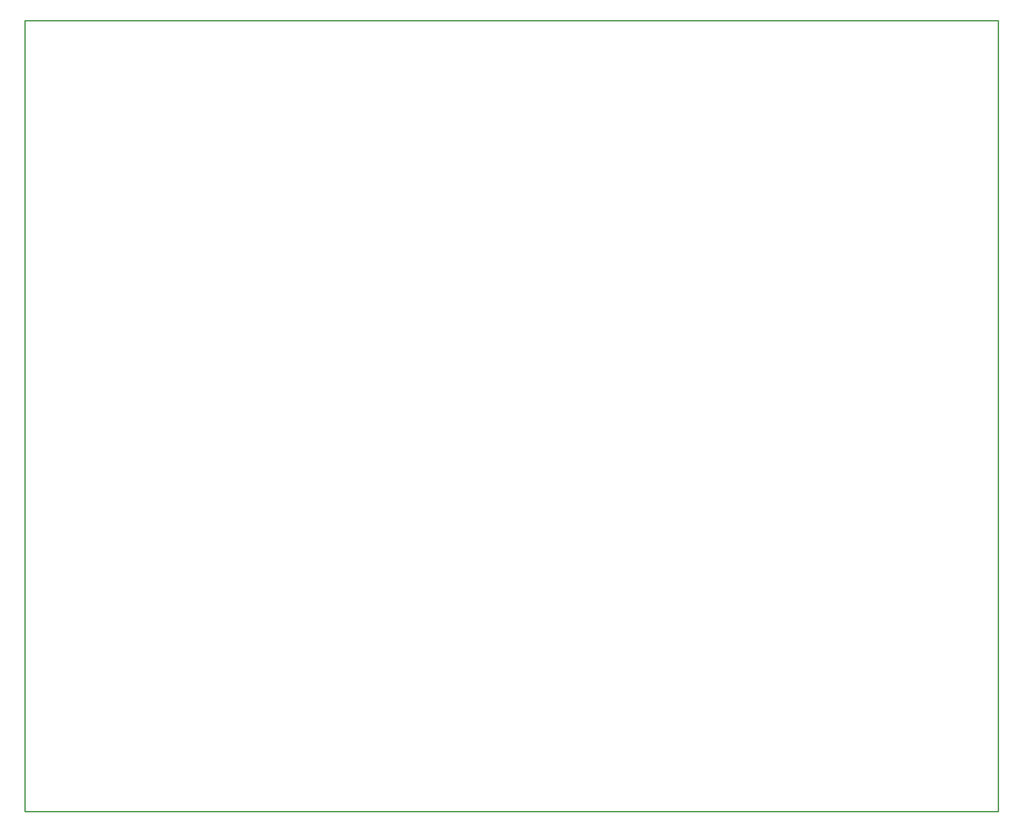
<source format=gko>
G04 Layer_Color=16711935*
%FSAX44Y44*%
%MOMM*%
G71*
G01*
G75*
%ADD46C,0.2540*%
D46*
X00525000Y00270000D02*
X02450000D01*
X00525000D02*
Y01835000D01*
X02450000D01*
Y00270000D02*
Y01835000D01*
M02*

</source>
